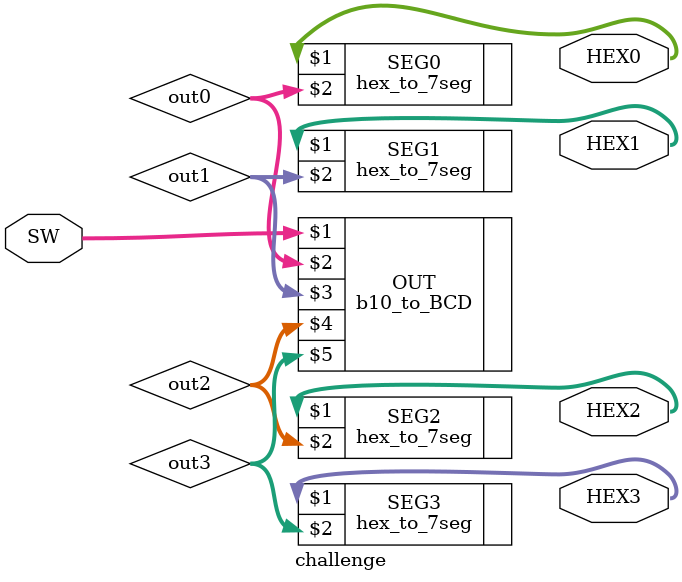
<source format=v>
module challenge (
	SW,
	HEX0,
	HEX1,
	HEX2,
	HEX3,

);

	input	[9:0] SW;


	output	[6:0]HEX0;
	output	[6:0]HEX1;
	output	[6:0]HEX2;
	output	[6:0]HEX3;
	
	wire 	[3:0]	out0;
	wire	[3:0]	out1;
	wire	[3:0]	out2;
	wire	[3:0]	out3;
	
	b10_to_BCD 		OUT (SW, out0, out1, out2, out3);
	
	hex_to_7seg 	SEG0 (HEX0, out0);
	hex_to_7seg 	SEG1 (HEX1, out1);
	hex_to_7seg 	SEG2 (HEX2, out2);
	hex_to_7seg 	SEG3 (HEX3, out3);
	
endmodule 
</source>
